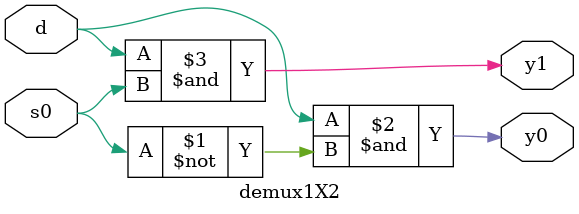
<source format=v>
module demux1X2(output y0,y1,input d,s0);
assign y0=d&(~s0);
assign y1=d&s0;
endmodule

</source>
